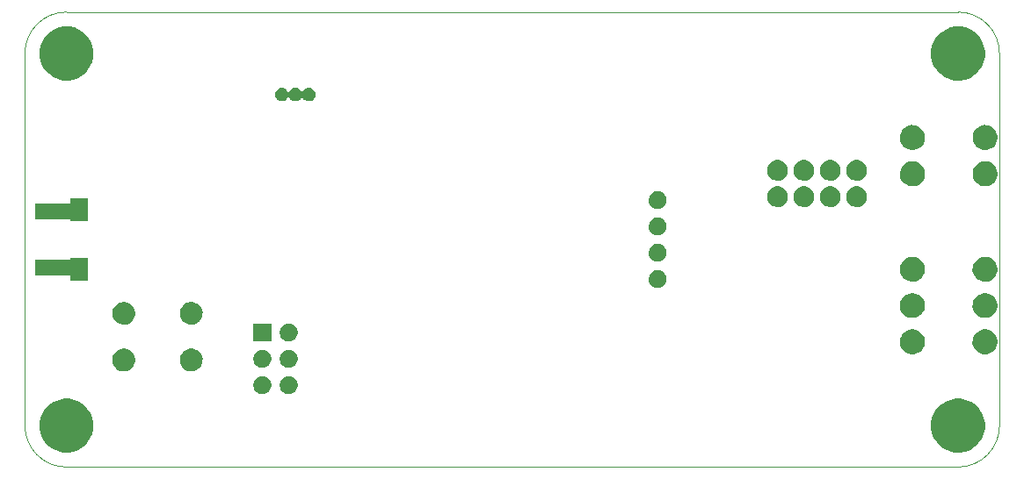
<source format=gbs>
G04 (created by PCBNEW (2013-07-07 BZR 4022)-stable) date 26/08/2014 17:06:36*
%MOIN*%
G04 Gerber Fmt 3.4, Leading zero omitted, Abs format*
%FSLAX34Y34*%
G01*
G70*
G90*
G04 APERTURE LIST*
%ADD10C,0.00590551*%
%ADD11C,0.00393701*%
G04 APERTURE END LIST*
G54D10*
G54D11*
X106983Y-58953D02*
X73173Y-58953D01*
X108558Y-60528D02*
G75*
G03X106983Y-58953I-1575J0D01*
G74*
G01*
X108558Y-74668D02*
X108558Y-60528D01*
X106983Y-76243D02*
G75*
G03X108558Y-74668I0J1575D01*
G74*
G01*
X73173Y-76243D02*
X106983Y-76243D01*
X71598Y-74668D02*
G75*
G03X73173Y-76243I1575J0D01*
G74*
G01*
X71598Y-60528D02*
X71598Y-74668D01*
X73173Y-58953D02*
G75*
G03X71598Y-60528I0J-1575D01*
G74*
G01*
G54D10*
G36*
X73987Y-66891D02*
X73333Y-66891D01*
X73333Y-66845D01*
X73333Y-66837D01*
X73330Y-66830D01*
X73324Y-66825D01*
X73317Y-66822D01*
X73310Y-66822D01*
X71994Y-66822D01*
X71994Y-66230D01*
X73310Y-66230D01*
X73317Y-66230D01*
X73324Y-66227D01*
X73330Y-66222D01*
X73333Y-66215D01*
X73333Y-66207D01*
X73333Y-66024D01*
X73987Y-66024D01*
X73987Y-66891D01*
X73987Y-66891D01*
G37*
G36*
X73987Y-69174D02*
X73333Y-69174D01*
X73333Y-68991D01*
X73333Y-68983D01*
X73330Y-68976D01*
X73324Y-68970D01*
X73317Y-68967D01*
X73310Y-68967D01*
X71994Y-68967D01*
X71994Y-68376D01*
X73310Y-68376D01*
X73317Y-68376D01*
X73324Y-68373D01*
X73330Y-68368D01*
X73333Y-68361D01*
X73333Y-68353D01*
X73333Y-68307D01*
X73987Y-68307D01*
X73987Y-69174D01*
X73987Y-69174D01*
G37*
G36*
X74197Y-60429D02*
X74194Y-60655D01*
X74149Y-60854D01*
X74068Y-61035D01*
X73951Y-61201D01*
X73808Y-61338D01*
X73636Y-61447D01*
X73451Y-61518D01*
X73251Y-61554D01*
X73053Y-61550D01*
X72854Y-61506D01*
X72673Y-61427D01*
X72505Y-61310D01*
X72368Y-61168D01*
X72258Y-60997D01*
X72185Y-60813D01*
X72148Y-60612D01*
X72151Y-60415D01*
X72193Y-60215D01*
X72271Y-60034D01*
X72386Y-59865D01*
X72527Y-59727D01*
X72698Y-59615D01*
X72881Y-59542D01*
X73082Y-59503D01*
X73279Y-59505D01*
X73479Y-59546D01*
X73661Y-59622D01*
X73830Y-59736D01*
X73969Y-59876D01*
X74082Y-60047D01*
X74158Y-60229D01*
X74158Y-60231D01*
X74197Y-60429D01*
X74197Y-60429D01*
G37*
G36*
X74197Y-74569D02*
X74194Y-74795D01*
X74149Y-74994D01*
X74068Y-75175D01*
X73951Y-75341D01*
X73808Y-75478D01*
X73636Y-75587D01*
X73451Y-75658D01*
X73251Y-75694D01*
X73053Y-75690D01*
X72854Y-75646D01*
X72673Y-75567D01*
X72505Y-75450D01*
X72368Y-75308D01*
X72258Y-75137D01*
X72185Y-74953D01*
X72148Y-74752D01*
X72151Y-74555D01*
X72193Y-74355D01*
X72271Y-74174D01*
X72386Y-74005D01*
X72527Y-73867D01*
X72698Y-73755D01*
X72881Y-73682D01*
X73082Y-73643D01*
X73279Y-73645D01*
X73479Y-73686D01*
X73661Y-73762D01*
X73830Y-73876D01*
X73969Y-74016D01*
X74082Y-74187D01*
X74158Y-74369D01*
X74158Y-74371D01*
X74197Y-74569D01*
X74197Y-74569D01*
G37*
G36*
X75779Y-70356D02*
X75777Y-70450D01*
X75758Y-70535D01*
X75724Y-70610D01*
X75674Y-70682D01*
X75614Y-70739D01*
X75540Y-70786D01*
X75464Y-70816D01*
X75377Y-70831D01*
X75295Y-70829D01*
X75209Y-70810D01*
X75134Y-70777D01*
X75062Y-70727D01*
X75005Y-70668D01*
X74957Y-70594D01*
X74927Y-70518D01*
X74911Y-70431D01*
X74912Y-70350D01*
X74931Y-70263D01*
X74963Y-70188D01*
X75013Y-70116D01*
X75071Y-70058D01*
X75145Y-70010D01*
X75221Y-69980D01*
X75308Y-69963D01*
X75389Y-69964D01*
X75476Y-69981D01*
X75551Y-70013D01*
X75624Y-70062D01*
X75681Y-70120D01*
X75730Y-70194D01*
X75761Y-70269D01*
X75778Y-70354D01*
X75779Y-70356D01*
X75779Y-70356D01*
G37*
G36*
X75779Y-72127D02*
X75777Y-72222D01*
X75758Y-72307D01*
X75724Y-72382D01*
X75674Y-72454D01*
X75614Y-72510D01*
X75540Y-72558D01*
X75464Y-72587D01*
X75377Y-72602D01*
X75295Y-72601D01*
X75209Y-72582D01*
X75134Y-72549D01*
X75062Y-72499D01*
X75005Y-72440D01*
X74957Y-72366D01*
X74927Y-72290D01*
X74911Y-72203D01*
X74912Y-72121D01*
X74931Y-72035D01*
X74963Y-71960D01*
X75013Y-71887D01*
X75071Y-71830D01*
X75145Y-71782D01*
X75221Y-71751D01*
X75308Y-71735D01*
X75389Y-71735D01*
X75476Y-71753D01*
X75551Y-71785D01*
X75624Y-71834D01*
X75681Y-71892D01*
X75730Y-71966D01*
X75761Y-72041D01*
X75778Y-72126D01*
X75779Y-72127D01*
X75779Y-72127D01*
G37*
G36*
X78338Y-70356D02*
X78336Y-70450D01*
X78317Y-70535D01*
X78283Y-70610D01*
X78233Y-70682D01*
X78173Y-70739D01*
X78099Y-70786D01*
X78023Y-70816D01*
X77936Y-70831D01*
X77854Y-70829D01*
X77768Y-70810D01*
X77693Y-70777D01*
X77621Y-70727D01*
X77564Y-70668D01*
X77516Y-70594D01*
X77486Y-70518D01*
X77470Y-70431D01*
X77471Y-70350D01*
X77490Y-70263D01*
X77522Y-70188D01*
X77572Y-70116D01*
X77630Y-70058D01*
X77704Y-70010D01*
X77780Y-69980D01*
X77867Y-69963D01*
X77948Y-69964D01*
X78035Y-69981D01*
X78110Y-70013D01*
X78183Y-70062D01*
X78240Y-70120D01*
X78290Y-70194D01*
X78320Y-70269D01*
X78337Y-70354D01*
X78338Y-70356D01*
X78338Y-70356D01*
G37*
G36*
X78338Y-72127D02*
X78336Y-72222D01*
X78317Y-72307D01*
X78283Y-72382D01*
X78233Y-72454D01*
X78173Y-72510D01*
X78099Y-72558D01*
X78023Y-72587D01*
X77936Y-72602D01*
X77854Y-72601D01*
X77768Y-72582D01*
X77693Y-72549D01*
X77621Y-72499D01*
X77564Y-72440D01*
X77516Y-72366D01*
X77486Y-72290D01*
X77470Y-72203D01*
X77471Y-72121D01*
X77490Y-72035D01*
X77522Y-71960D01*
X77572Y-71887D01*
X77630Y-71830D01*
X77704Y-71782D01*
X77780Y-71751D01*
X77867Y-71735D01*
X77948Y-71735D01*
X78035Y-71753D01*
X78110Y-71785D01*
X78183Y-71834D01*
X78240Y-71892D01*
X78290Y-71966D01*
X78320Y-72041D01*
X78337Y-72126D01*
X78338Y-72127D01*
X78338Y-72127D01*
G37*
G36*
X80942Y-72094D02*
X80941Y-72167D01*
X80925Y-72235D01*
X80899Y-72293D01*
X80859Y-72350D01*
X80813Y-72393D01*
X80754Y-72431D01*
X80695Y-72454D01*
X80627Y-72466D01*
X80563Y-72464D01*
X80495Y-72449D01*
X80437Y-72424D01*
X80380Y-72384D01*
X80335Y-72339D01*
X80298Y-72280D01*
X80274Y-72221D01*
X80262Y-72152D01*
X80263Y-72089D01*
X80277Y-72021D01*
X80302Y-71963D01*
X80342Y-71905D01*
X80387Y-71861D01*
X80445Y-71822D01*
X80504Y-71799D01*
X80573Y-71786D01*
X80636Y-71786D01*
X80705Y-71800D01*
X80763Y-71824D01*
X80821Y-71864D01*
X80865Y-71908D01*
X80904Y-71967D01*
X80928Y-72025D01*
X80941Y-72092D01*
X80942Y-72094D01*
X80942Y-72094D01*
G37*
G36*
X80942Y-73094D02*
X80941Y-73167D01*
X80925Y-73235D01*
X80899Y-73293D01*
X80859Y-73350D01*
X80813Y-73393D01*
X80754Y-73431D01*
X80695Y-73454D01*
X80627Y-73466D01*
X80563Y-73464D01*
X80495Y-73449D01*
X80437Y-73424D01*
X80380Y-73384D01*
X80335Y-73339D01*
X80298Y-73280D01*
X80274Y-73221D01*
X80262Y-73152D01*
X80263Y-73089D01*
X80277Y-73021D01*
X80302Y-72963D01*
X80342Y-72905D01*
X80387Y-72861D01*
X80445Y-72822D01*
X80504Y-72799D01*
X80573Y-72786D01*
X80636Y-72786D01*
X80705Y-72800D01*
X80763Y-72824D01*
X80821Y-72864D01*
X80865Y-72908D01*
X80904Y-72967D01*
X80928Y-73025D01*
X80941Y-73092D01*
X80942Y-73094D01*
X80942Y-73094D01*
G37*
G36*
X80942Y-71465D02*
X80262Y-71465D01*
X80262Y-70786D01*
X80942Y-70786D01*
X80942Y-71465D01*
X80942Y-71465D01*
G37*
G36*
X81942Y-71094D02*
X81941Y-71167D01*
X81925Y-71235D01*
X81899Y-71293D01*
X81859Y-71350D01*
X81813Y-71393D01*
X81754Y-71431D01*
X81695Y-71454D01*
X81627Y-71466D01*
X81563Y-71464D01*
X81495Y-71449D01*
X81437Y-71424D01*
X81380Y-71384D01*
X81335Y-71339D01*
X81298Y-71280D01*
X81274Y-71221D01*
X81262Y-71152D01*
X81263Y-71089D01*
X81277Y-71021D01*
X81302Y-70963D01*
X81342Y-70905D01*
X81387Y-70861D01*
X81445Y-70822D01*
X81504Y-70799D01*
X81573Y-70786D01*
X81636Y-70786D01*
X81705Y-70800D01*
X81763Y-70824D01*
X81821Y-70864D01*
X81865Y-70908D01*
X81904Y-70967D01*
X81928Y-71025D01*
X81941Y-71092D01*
X81942Y-71094D01*
X81942Y-71094D01*
G37*
G36*
X81942Y-72094D02*
X81941Y-72167D01*
X81925Y-72235D01*
X81899Y-72293D01*
X81859Y-72350D01*
X81813Y-72393D01*
X81754Y-72431D01*
X81695Y-72454D01*
X81627Y-72466D01*
X81563Y-72464D01*
X81495Y-72449D01*
X81437Y-72424D01*
X81380Y-72384D01*
X81335Y-72339D01*
X81298Y-72280D01*
X81274Y-72221D01*
X81262Y-72152D01*
X81263Y-72089D01*
X81277Y-72021D01*
X81302Y-71963D01*
X81342Y-71905D01*
X81387Y-71861D01*
X81445Y-71822D01*
X81504Y-71799D01*
X81573Y-71786D01*
X81636Y-71786D01*
X81705Y-71800D01*
X81763Y-71824D01*
X81821Y-71864D01*
X81865Y-71908D01*
X81904Y-71967D01*
X81928Y-72025D01*
X81941Y-72092D01*
X81942Y-72094D01*
X81942Y-72094D01*
G37*
G36*
X81942Y-73094D02*
X81941Y-73167D01*
X81925Y-73235D01*
X81899Y-73293D01*
X81859Y-73350D01*
X81813Y-73393D01*
X81754Y-73431D01*
X81695Y-73454D01*
X81627Y-73466D01*
X81563Y-73464D01*
X81495Y-73449D01*
X81437Y-73424D01*
X81380Y-73384D01*
X81335Y-73339D01*
X81298Y-73280D01*
X81274Y-73221D01*
X81262Y-73152D01*
X81263Y-73089D01*
X81277Y-73021D01*
X81302Y-72963D01*
X81342Y-72905D01*
X81387Y-72861D01*
X81445Y-72822D01*
X81504Y-72799D01*
X81573Y-72786D01*
X81636Y-72786D01*
X81705Y-72800D01*
X81763Y-72824D01*
X81821Y-72864D01*
X81865Y-72908D01*
X81904Y-72967D01*
X81928Y-73025D01*
X81941Y-73092D01*
X81942Y-73094D01*
X81942Y-73094D01*
G37*
G36*
X82618Y-62062D02*
X82617Y-62117D01*
X82605Y-62169D01*
X82586Y-62212D01*
X82556Y-62255D01*
X82521Y-62288D01*
X82476Y-62316D01*
X82432Y-62334D01*
X82380Y-62343D01*
X82333Y-62342D01*
X82281Y-62330D01*
X82238Y-62311D01*
X82194Y-62281D01*
X82161Y-62247D01*
X82132Y-62202D01*
X82125Y-62185D01*
X82122Y-62178D01*
X82117Y-62172D01*
X82110Y-62169D01*
X82102Y-62169D01*
X82095Y-62172D01*
X82090Y-62178D01*
X82074Y-62212D01*
X82044Y-62255D01*
X82009Y-62288D01*
X81965Y-62316D01*
X81921Y-62334D01*
X81868Y-62343D01*
X81821Y-62342D01*
X81769Y-62330D01*
X81726Y-62311D01*
X81682Y-62281D01*
X81649Y-62247D01*
X81620Y-62202D01*
X81613Y-62185D01*
X81610Y-62178D01*
X81605Y-62172D01*
X81598Y-62169D01*
X81590Y-62169D01*
X81583Y-62172D01*
X81578Y-62178D01*
X81562Y-62212D01*
X81532Y-62255D01*
X81498Y-62288D01*
X81453Y-62316D01*
X81409Y-62334D01*
X81356Y-62343D01*
X81309Y-62342D01*
X81257Y-62330D01*
X81214Y-62311D01*
X81170Y-62281D01*
X81137Y-62247D01*
X81108Y-62202D01*
X81091Y-62159D01*
X81082Y-62106D01*
X81082Y-62059D01*
X81093Y-62007D01*
X81112Y-61964D01*
X81142Y-61919D01*
X81175Y-61887D01*
X81220Y-61857D01*
X81264Y-61840D01*
X81317Y-61830D01*
X81363Y-61830D01*
X81416Y-61841D01*
X81459Y-61859D01*
X81504Y-61889D01*
X81536Y-61922D01*
X81566Y-61967D01*
X81575Y-61988D01*
X81578Y-61995D01*
X81583Y-62000D01*
X81590Y-62003D01*
X81598Y-62003D01*
X81605Y-62000D01*
X81610Y-61995D01*
X81624Y-61964D01*
X81654Y-61919D01*
X81687Y-61887D01*
X81732Y-61857D01*
X81776Y-61840D01*
X81828Y-61830D01*
X81875Y-61830D01*
X81928Y-61841D01*
X81971Y-61859D01*
X82015Y-61889D01*
X82048Y-61922D01*
X82078Y-61967D01*
X82086Y-61988D01*
X82089Y-61995D01*
X82095Y-62000D01*
X82102Y-62003D01*
X82110Y-62003D01*
X82117Y-62000D01*
X82122Y-61995D01*
X82135Y-61964D01*
X82166Y-61919D01*
X82199Y-61887D01*
X82244Y-61857D01*
X82287Y-61840D01*
X82340Y-61830D01*
X82387Y-61830D01*
X82440Y-61841D01*
X82482Y-61859D01*
X82527Y-61889D01*
X82560Y-61922D01*
X82590Y-61967D01*
X82608Y-62010D01*
X82618Y-62061D01*
X82618Y-62062D01*
X82618Y-62062D01*
G37*
G36*
X95925Y-66067D02*
X95924Y-66139D01*
X95909Y-66205D01*
X95883Y-66263D01*
X95844Y-66319D01*
X95798Y-66362D01*
X95740Y-66399D01*
X95682Y-66422D01*
X95614Y-66433D01*
X95552Y-66432D01*
X95485Y-66417D01*
X95427Y-66392D01*
X95371Y-66353D01*
X95327Y-66308D01*
X95290Y-66250D01*
X95267Y-66192D01*
X95255Y-66124D01*
X95256Y-66062D01*
X95270Y-65995D01*
X95294Y-65937D01*
X95333Y-65880D01*
X95378Y-65837D01*
X95436Y-65799D01*
X95493Y-65776D01*
X95561Y-65763D01*
X95623Y-65763D01*
X95691Y-65777D01*
X95748Y-65801D01*
X95806Y-65840D01*
X95850Y-65884D01*
X95888Y-65942D01*
X95912Y-65999D01*
X95925Y-66065D01*
X95925Y-66067D01*
X95925Y-66067D01*
G37*
G36*
X95925Y-67067D02*
X95924Y-67139D01*
X95909Y-67205D01*
X95883Y-67263D01*
X95844Y-67319D01*
X95798Y-67362D01*
X95740Y-67399D01*
X95682Y-67422D01*
X95614Y-67433D01*
X95552Y-67432D01*
X95485Y-67417D01*
X95427Y-67392D01*
X95371Y-67353D01*
X95327Y-67308D01*
X95290Y-67250D01*
X95267Y-67192D01*
X95255Y-67124D01*
X95256Y-67062D01*
X95270Y-66995D01*
X95294Y-66937D01*
X95333Y-66880D01*
X95378Y-66837D01*
X95436Y-66799D01*
X95493Y-66776D01*
X95561Y-66763D01*
X95623Y-66763D01*
X95691Y-66777D01*
X95748Y-66801D01*
X95806Y-66840D01*
X95850Y-66884D01*
X95888Y-66942D01*
X95912Y-66999D01*
X95925Y-67065D01*
X95925Y-67067D01*
X95925Y-67067D01*
G37*
G36*
X95925Y-68067D02*
X95924Y-68139D01*
X95909Y-68205D01*
X95883Y-68263D01*
X95844Y-68319D01*
X95798Y-68362D01*
X95740Y-68399D01*
X95682Y-68422D01*
X95614Y-68433D01*
X95552Y-68432D01*
X95485Y-68417D01*
X95427Y-68392D01*
X95371Y-68353D01*
X95327Y-68308D01*
X95290Y-68250D01*
X95267Y-68192D01*
X95255Y-68124D01*
X95256Y-68062D01*
X95270Y-67995D01*
X95294Y-67937D01*
X95333Y-67880D01*
X95378Y-67837D01*
X95436Y-67799D01*
X95493Y-67776D01*
X95561Y-67763D01*
X95623Y-67763D01*
X95691Y-67777D01*
X95748Y-67801D01*
X95806Y-67840D01*
X95850Y-67884D01*
X95888Y-67942D01*
X95912Y-67999D01*
X95925Y-68065D01*
X95925Y-68067D01*
X95925Y-68067D01*
G37*
G36*
X95925Y-69067D02*
X95924Y-69139D01*
X95909Y-69205D01*
X95883Y-69263D01*
X95844Y-69319D01*
X95798Y-69362D01*
X95740Y-69399D01*
X95682Y-69422D01*
X95614Y-69433D01*
X95552Y-69432D01*
X95485Y-69417D01*
X95427Y-69392D01*
X95371Y-69353D01*
X95327Y-69308D01*
X95290Y-69250D01*
X95267Y-69192D01*
X95255Y-69124D01*
X95256Y-69062D01*
X95270Y-68995D01*
X95294Y-68937D01*
X95333Y-68880D01*
X95378Y-68837D01*
X95436Y-68799D01*
X95493Y-68776D01*
X95561Y-68763D01*
X95623Y-68763D01*
X95691Y-68777D01*
X95748Y-68801D01*
X95806Y-68840D01*
X95850Y-68884D01*
X95888Y-68942D01*
X95912Y-68999D01*
X95925Y-69065D01*
X95925Y-69067D01*
X95925Y-69067D01*
G37*
G36*
X100528Y-64932D02*
X100527Y-65018D01*
X100510Y-65096D01*
X100479Y-65164D01*
X100433Y-65229D01*
X100379Y-65280D01*
X100312Y-65323D01*
X100242Y-65350D01*
X100163Y-65364D01*
X100089Y-65363D01*
X100011Y-65345D01*
X99943Y-65316D01*
X99877Y-65270D01*
X99825Y-65217D01*
X99782Y-65149D01*
X99755Y-65080D01*
X99740Y-65001D01*
X99741Y-64927D01*
X99758Y-64848D01*
X99787Y-64780D01*
X99832Y-64714D01*
X99885Y-64662D01*
X99953Y-64618D01*
X100021Y-64590D01*
X100100Y-64575D01*
X100174Y-64576D01*
X100253Y-64592D01*
X100321Y-64620D01*
X100388Y-64666D01*
X100440Y-64718D01*
X100485Y-64785D01*
X100513Y-64853D01*
X100528Y-64932D01*
X100528Y-64932D01*
G37*
G36*
X100528Y-65932D02*
X100527Y-66018D01*
X100510Y-66096D01*
X100479Y-66164D01*
X100433Y-66229D01*
X100379Y-66280D01*
X100312Y-66323D01*
X100242Y-66350D01*
X100163Y-66364D01*
X100089Y-66363D01*
X100011Y-66345D01*
X99943Y-66316D01*
X99877Y-66270D01*
X99825Y-66217D01*
X99782Y-66149D01*
X99755Y-66080D01*
X99740Y-66001D01*
X99741Y-65927D01*
X99758Y-65848D01*
X99787Y-65780D01*
X99832Y-65714D01*
X99885Y-65662D01*
X99953Y-65618D01*
X100021Y-65590D01*
X100100Y-65575D01*
X100174Y-65576D01*
X100253Y-65592D01*
X100321Y-65620D01*
X100388Y-65666D01*
X100440Y-65718D01*
X100485Y-65785D01*
X100513Y-65853D01*
X100528Y-65932D01*
X100528Y-65932D01*
G37*
G36*
X101528Y-64932D02*
X101527Y-65018D01*
X101510Y-65096D01*
X101479Y-65164D01*
X101433Y-65229D01*
X101379Y-65280D01*
X101312Y-65323D01*
X101242Y-65350D01*
X101163Y-65364D01*
X101089Y-65363D01*
X101011Y-65345D01*
X100943Y-65316D01*
X100877Y-65270D01*
X100825Y-65217D01*
X100782Y-65149D01*
X100755Y-65080D01*
X100740Y-65001D01*
X100741Y-64927D01*
X100758Y-64848D01*
X100787Y-64780D01*
X100832Y-64714D01*
X100885Y-64662D01*
X100953Y-64618D01*
X101021Y-64590D01*
X101100Y-64575D01*
X101174Y-64576D01*
X101253Y-64592D01*
X101321Y-64620D01*
X101388Y-64666D01*
X101440Y-64718D01*
X101485Y-64785D01*
X101513Y-64853D01*
X101528Y-64932D01*
X101528Y-64932D01*
G37*
G36*
X101528Y-65932D02*
X101527Y-66018D01*
X101510Y-66096D01*
X101479Y-66164D01*
X101433Y-66229D01*
X101379Y-66280D01*
X101312Y-66323D01*
X101242Y-66350D01*
X101163Y-66364D01*
X101089Y-66363D01*
X101011Y-66345D01*
X100943Y-66316D01*
X100877Y-66270D01*
X100825Y-66217D01*
X100782Y-66149D01*
X100755Y-66080D01*
X100740Y-66001D01*
X100741Y-65927D01*
X100758Y-65848D01*
X100787Y-65780D01*
X100832Y-65714D01*
X100885Y-65662D01*
X100953Y-65618D01*
X101021Y-65590D01*
X101100Y-65575D01*
X101174Y-65576D01*
X101253Y-65592D01*
X101321Y-65620D01*
X101388Y-65666D01*
X101440Y-65718D01*
X101485Y-65785D01*
X101513Y-65853D01*
X101528Y-65932D01*
X101528Y-65932D01*
G37*
G36*
X102528Y-64932D02*
X102527Y-65018D01*
X102510Y-65096D01*
X102479Y-65164D01*
X102433Y-65229D01*
X102379Y-65280D01*
X102312Y-65323D01*
X102242Y-65350D01*
X102163Y-65364D01*
X102089Y-65363D01*
X102011Y-65345D01*
X101943Y-65316D01*
X101877Y-65270D01*
X101825Y-65217D01*
X101782Y-65149D01*
X101755Y-65080D01*
X101740Y-65001D01*
X101741Y-64927D01*
X101758Y-64848D01*
X101787Y-64780D01*
X101832Y-64714D01*
X101885Y-64662D01*
X101953Y-64618D01*
X102021Y-64590D01*
X102100Y-64575D01*
X102174Y-64576D01*
X102253Y-64592D01*
X102321Y-64620D01*
X102388Y-64666D01*
X102440Y-64718D01*
X102485Y-64785D01*
X102513Y-64853D01*
X102528Y-64932D01*
X102528Y-64932D01*
G37*
G36*
X102528Y-65932D02*
X102527Y-66018D01*
X102510Y-66096D01*
X102479Y-66164D01*
X102433Y-66229D01*
X102379Y-66280D01*
X102312Y-66323D01*
X102242Y-66350D01*
X102163Y-66364D01*
X102089Y-66363D01*
X102011Y-66345D01*
X101943Y-66316D01*
X101877Y-66270D01*
X101825Y-66217D01*
X101782Y-66149D01*
X101755Y-66080D01*
X101740Y-66001D01*
X101741Y-65927D01*
X101758Y-65848D01*
X101787Y-65780D01*
X101832Y-65714D01*
X101885Y-65662D01*
X101953Y-65618D01*
X102021Y-65590D01*
X102100Y-65575D01*
X102174Y-65576D01*
X102253Y-65592D01*
X102321Y-65620D01*
X102388Y-65666D01*
X102440Y-65718D01*
X102485Y-65785D01*
X102513Y-65853D01*
X102528Y-65932D01*
X102528Y-65932D01*
G37*
G36*
X103528Y-64932D02*
X103527Y-65018D01*
X103510Y-65096D01*
X103479Y-65164D01*
X103433Y-65229D01*
X103379Y-65280D01*
X103312Y-65323D01*
X103242Y-65350D01*
X103163Y-65364D01*
X103089Y-65363D01*
X103011Y-65345D01*
X102943Y-65316D01*
X102877Y-65270D01*
X102825Y-65217D01*
X102782Y-65149D01*
X102755Y-65080D01*
X102740Y-65001D01*
X102741Y-64927D01*
X102758Y-64848D01*
X102787Y-64780D01*
X102832Y-64714D01*
X102885Y-64662D01*
X102953Y-64618D01*
X103021Y-64590D01*
X103100Y-64575D01*
X103174Y-64576D01*
X103253Y-64592D01*
X103321Y-64620D01*
X103388Y-64666D01*
X103440Y-64718D01*
X103485Y-64785D01*
X103513Y-64853D01*
X103528Y-64932D01*
X103528Y-64932D01*
G37*
G36*
X103528Y-65932D02*
X103527Y-66018D01*
X103510Y-66096D01*
X103479Y-66164D01*
X103433Y-66229D01*
X103379Y-66280D01*
X103312Y-66323D01*
X103242Y-66350D01*
X103163Y-66364D01*
X103089Y-66363D01*
X103011Y-66345D01*
X102943Y-66316D01*
X102877Y-66270D01*
X102825Y-66217D01*
X102782Y-66149D01*
X102755Y-66080D01*
X102740Y-66001D01*
X102741Y-65927D01*
X102758Y-65848D01*
X102787Y-65780D01*
X102832Y-65714D01*
X102885Y-65662D01*
X102953Y-65618D01*
X103021Y-65590D01*
X103100Y-65575D01*
X103174Y-65576D01*
X103253Y-65592D01*
X103321Y-65620D01*
X103388Y-65666D01*
X103440Y-65718D01*
X103485Y-65785D01*
X103513Y-65853D01*
X103528Y-65932D01*
X103528Y-65932D01*
G37*
G36*
X105726Y-68682D02*
X105725Y-68785D01*
X105704Y-68878D01*
X105667Y-68960D01*
X105612Y-69038D01*
X105547Y-69100D01*
X105466Y-69151D01*
X105383Y-69184D01*
X105289Y-69200D01*
X105199Y-69198D01*
X105105Y-69178D01*
X105023Y-69142D01*
X104945Y-69087D01*
X104882Y-69023D01*
X104830Y-68942D01*
X104798Y-68859D01*
X104780Y-68765D01*
X104781Y-68675D01*
X104801Y-68581D01*
X104837Y-68499D01*
X104891Y-68420D01*
X104955Y-68358D01*
X105035Y-68305D01*
X105118Y-68271D01*
X105212Y-68253D01*
X105301Y-68254D01*
X105396Y-68273D01*
X105478Y-68308D01*
X105558Y-68362D01*
X105620Y-68425D01*
X105674Y-68505D01*
X105708Y-68587D01*
X105726Y-68680D01*
X105726Y-68682D01*
X105726Y-68682D01*
G37*
G36*
X105726Y-70060D02*
X105725Y-70163D01*
X105704Y-70256D01*
X105667Y-70338D01*
X105612Y-70416D01*
X105547Y-70478D01*
X105466Y-70529D01*
X105383Y-70561D01*
X105289Y-70578D01*
X105199Y-70576D01*
X105105Y-70556D01*
X105023Y-70520D01*
X104945Y-70465D01*
X104882Y-70401D01*
X104830Y-70320D01*
X104798Y-70237D01*
X104780Y-70143D01*
X104781Y-70053D01*
X104801Y-69959D01*
X104837Y-69877D01*
X104891Y-69798D01*
X104955Y-69735D01*
X105035Y-69683D01*
X105118Y-69649D01*
X105212Y-69631D01*
X105301Y-69632D01*
X105396Y-69651D01*
X105478Y-69686D01*
X105558Y-69740D01*
X105620Y-69803D01*
X105674Y-69883D01*
X105708Y-69965D01*
X105726Y-70058D01*
X105726Y-70060D01*
X105726Y-70060D01*
G37*
G36*
X105726Y-71438D02*
X105725Y-71541D01*
X105704Y-71634D01*
X105667Y-71716D01*
X105612Y-71794D01*
X105547Y-71856D01*
X105466Y-71907D01*
X105383Y-71939D01*
X105289Y-71956D01*
X105199Y-71954D01*
X105105Y-71934D01*
X105023Y-71898D01*
X104945Y-71843D01*
X104882Y-71779D01*
X104830Y-71698D01*
X104798Y-71615D01*
X104780Y-71521D01*
X104781Y-71431D01*
X104801Y-71337D01*
X104837Y-71255D01*
X104891Y-71176D01*
X104955Y-71113D01*
X105035Y-71061D01*
X105118Y-71027D01*
X105212Y-71009D01*
X105301Y-71010D01*
X105396Y-71029D01*
X105478Y-71064D01*
X105558Y-71118D01*
X105620Y-71181D01*
X105674Y-71261D01*
X105708Y-71343D01*
X105726Y-71436D01*
X105726Y-71438D01*
X105726Y-71438D01*
G37*
G36*
X105730Y-63674D02*
X105728Y-63777D01*
X105707Y-63870D01*
X105671Y-63952D01*
X105616Y-64030D01*
X105551Y-64092D01*
X105470Y-64144D01*
X105386Y-64176D01*
X105292Y-64193D01*
X105202Y-64191D01*
X105109Y-64170D01*
X105027Y-64134D01*
X104948Y-64080D01*
X104886Y-64015D01*
X104834Y-63935D01*
X104801Y-63851D01*
X104784Y-63757D01*
X104785Y-63668D01*
X104805Y-63574D01*
X104840Y-63492D01*
X104894Y-63412D01*
X104958Y-63350D01*
X105039Y-63297D01*
X105121Y-63264D01*
X105216Y-63246D01*
X105305Y-63247D01*
X105399Y-63266D01*
X105481Y-63300D01*
X105561Y-63354D01*
X105624Y-63417D01*
X105677Y-63498D01*
X105711Y-63580D01*
X105730Y-63673D01*
X105730Y-63674D01*
X105730Y-63674D01*
G37*
G36*
X105730Y-65052D02*
X105728Y-65155D01*
X105707Y-65248D01*
X105671Y-65330D01*
X105616Y-65408D01*
X105551Y-65470D01*
X105470Y-65522D01*
X105386Y-65554D01*
X105292Y-65571D01*
X105202Y-65569D01*
X105109Y-65548D01*
X105027Y-65512D01*
X104948Y-65458D01*
X104886Y-65393D01*
X104834Y-65313D01*
X104801Y-65229D01*
X104784Y-65135D01*
X104785Y-65046D01*
X104805Y-64952D01*
X104840Y-64870D01*
X104894Y-64790D01*
X104958Y-64728D01*
X105039Y-64675D01*
X105121Y-64642D01*
X105216Y-64624D01*
X105305Y-64624D01*
X105399Y-64644D01*
X105481Y-64678D01*
X105561Y-64732D01*
X105624Y-64795D01*
X105677Y-64876D01*
X105711Y-64958D01*
X105730Y-65051D01*
X105730Y-65052D01*
X105730Y-65052D01*
G37*
G36*
X108007Y-60429D02*
X108004Y-60655D01*
X107959Y-60854D01*
X107878Y-61035D01*
X107761Y-61201D01*
X107618Y-61338D01*
X107446Y-61447D01*
X107261Y-61518D01*
X107061Y-61554D01*
X106863Y-61550D01*
X106664Y-61506D01*
X106483Y-61427D01*
X106315Y-61310D01*
X106178Y-61168D01*
X106068Y-60997D01*
X105995Y-60813D01*
X105958Y-60612D01*
X105961Y-60415D01*
X106003Y-60215D01*
X106081Y-60034D01*
X106196Y-59865D01*
X106337Y-59727D01*
X106508Y-59615D01*
X106691Y-59542D01*
X106892Y-59503D01*
X107089Y-59505D01*
X107289Y-59546D01*
X107471Y-59622D01*
X107640Y-59736D01*
X107779Y-59876D01*
X107892Y-60047D01*
X107968Y-60229D01*
X107968Y-60231D01*
X108007Y-60429D01*
X108007Y-60429D01*
G37*
G36*
X108007Y-74569D02*
X108004Y-74795D01*
X107959Y-74994D01*
X107878Y-75175D01*
X107761Y-75341D01*
X107618Y-75478D01*
X107446Y-75587D01*
X107261Y-75658D01*
X107061Y-75694D01*
X106863Y-75690D01*
X106664Y-75646D01*
X106483Y-75567D01*
X106315Y-75450D01*
X106178Y-75308D01*
X106068Y-75137D01*
X105995Y-74953D01*
X105958Y-74752D01*
X105961Y-74555D01*
X106003Y-74355D01*
X106081Y-74174D01*
X106196Y-74005D01*
X106337Y-73867D01*
X106508Y-73755D01*
X106691Y-73682D01*
X106892Y-73643D01*
X107089Y-73645D01*
X107289Y-73686D01*
X107471Y-73762D01*
X107640Y-73876D01*
X107779Y-74016D01*
X107892Y-74187D01*
X107968Y-74369D01*
X107968Y-74371D01*
X108007Y-74569D01*
X108007Y-74569D01*
G37*
G36*
X108482Y-68682D02*
X108481Y-68785D01*
X108460Y-68878D01*
X108423Y-68960D01*
X108368Y-69038D01*
X108303Y-69100D01*
X108222Y-69151D01*
X108139Y-69184D01*
X108044Y-69200D01*
X107955Y-69198D01*
X107861Y-69178D01*
X107779Y-69142D01*
X107701Y-69087D01*
X107638Y-69023D01*
X107586Y-68942D01*
X107553Y-68859D01*
X107536Y-68765D01*
X107537Y-68675D01*
X107557Y-68581D01*
X107593Y-68499D01*
X107647Y-68420D01*
X107711Y-68358D01*
X107791Y-68305D01*
X107874Y-68271D01*
X107968Y-68253D01*
X108057Y-68254D01*
X108152Y-68273D01*
X108234Y-68308D01*
X108314Y-68362D01*
X108376Y-68425D01*
X108430Y-68505D01*
X108464Y-68587D01*
X108482Y-68680D01*
X108482Y-68682D01*
X108482Y-68682D01*
G37*
G36*
X108482Y-70060D02*
X108481Y-70163D01*
X108460Y-70256D01*
X108423Y-70338D01*
X108368Y-70416D01*
X108303Y-70478D01*
X108222Y-70529D01*
X108139Y-70561D01*
X108044Y-70578D01*
X107955Y-70576D01*
X107861Y-70556D01*
X107779Y-70520D01*
X107701Y-70465D01*
X107638Y-70401D01*
X107586Y-70320D01*
X107553Y-70237D01*
X107536Y-70143D01*
X107537Y-70053D01*
X107557Y-69959D01*
X107593Y-69877D01*
X107647Y-69798D01*
X107711Y-69735D01*
X107791Y-69683D01*
X107874Y-69649D01*
X107968Y-69631D01*
X108057Y-69632D01*
X108152Y-69651D01*
X108234Y-69686D01*
X108314Y-69740D01*
X108376Y-69803D01*
X108430Y-69883D01*
X108464Y-69965D01*
X108482Y-70058D01*
X108482Y-70060D01*
X108482Y-70060D01*
G37*
G36*
X108482Y-71438D02*
X108481Y-71541D01*
X108460Y-71634D01*
X108423Y-71716D01*
X108368Y-71794D01*
X108303Y-71856D01*
X108222Y-71907D01*
X108139Y-71939D01*
X108044Y-71956D01*
X107955Y-71954D01*
X107861Y-71934D01*
X107779Y-71898D01*
X107701Y-71843D01*
X107638Y-71779D01*
X107586Y-71698D01*
X107553Y-71615D01*
X107536Y-71521D01*
X107537Y-71431D01*
X107557Y-71337D01*
X107593Y-71255D01*
X107647Y-71176D01*
X107711Y-71113D01*
X107791Y-71061D01*
X107874Y-71027D01*
X107968Y-71009D01*
X108057Y-71010D01*
X108152Y-71029D01*
X108234Y-71064D01*
X108314Y-71118D01*
X108376Y-71181D01*
X108430Y-71261D01*
X108464Y-71343D01*
X108482Y-71436D01*
X108482Y-71438D01*
X108482Y-71438D01*
G37*
G36*
X108486Y-63674D02*
X108484Y-63777D01*
X108463Y-63870D01*
X108427Y-63952D01*
X108372Y-64030D01*
X108307Y-64092D01*
X108226Y-64144D01*
X108142Y-64176D01*
X108048Y-64193D01*
X107958Y-64191D01*
X107865Y-64170D01*
X107783Y-64134D01*
X107704Y-64080D01*
X107642Y-64015D01*
X107590Y-63935D01*
X107557Y-63851D01*
X107540Y-63757D01*
X107541Y-63668D01*
X107561Y-63574D01*
X107596Y-63492D01*
X107650Y-63412D01*
X107714Y-63350D01*
X107795Y-63297D01*
X107877Y-63264D01*
X107972Y-63246D01*
X108061Y-63247D01*
X108155Y-63266D01*
X108237Y-63300D01*
X108317Y-63354D01*
X108380Y-63417D01*
X108433Y-63498D01*
X108467Y-63580D01*
X108485Y-63673D01*
X108486Y-63674D01*
X108486Y-63674D01*
G37*
G36*
X108486Y-65052D02*
X108484Y-65155D01*
X108463Y-65248D01*
X108427Y-65330D01*
X108372Y-65408D01*
X108307Y-65470D01*
X108226Y-65522D01*
X108142Y-65554D01*
X108048Y-65571D01*
X107958Y-65569D01*
X107865Y-65548D01*
X107783Y-65512D01*
X107704Y-65458D01*
X107642Y-65393D01*
X107590Y-65313D01*
X107557Y-65229D01*
X107540Y-65135D01*
X107541Y-65046D01*
X107561Y-64952D01*
X107596Y-64870D01*
X107650Y-64790D01*
X107714Y-64728D01*
X107795Y-64675D01*
X107877Y-64642D01*
X107972Y-64624D01*
X108061Y-64624D01*
X108155Y-64644D01*
X108237Y-64678D01*
X108317Y-64732D01*
X108380Y-64795D01*
X108433Y-64876D01*
X108467Y-64958D01*
X108485Y-65051D01*
X108486Y-65052D01*
X108486Y-65052D01*
G37*
M02*

</source>
